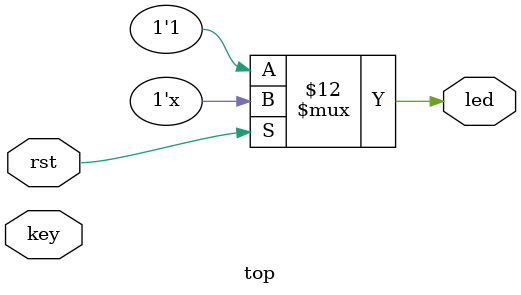
<source format=v>

module top(
		key,          //按键输入
		rst,          //复位输入
		led           //led输出
		);
 
	input key,rst;
	output reg led;
 
	always @(key or rst)
		if (!rst)             //复位时led熄灭
			led = 1;
		else if(key == 0)     
			led = ~led;   //按键按下时led翻转
		else
			led = led;
endmodule

</source>
